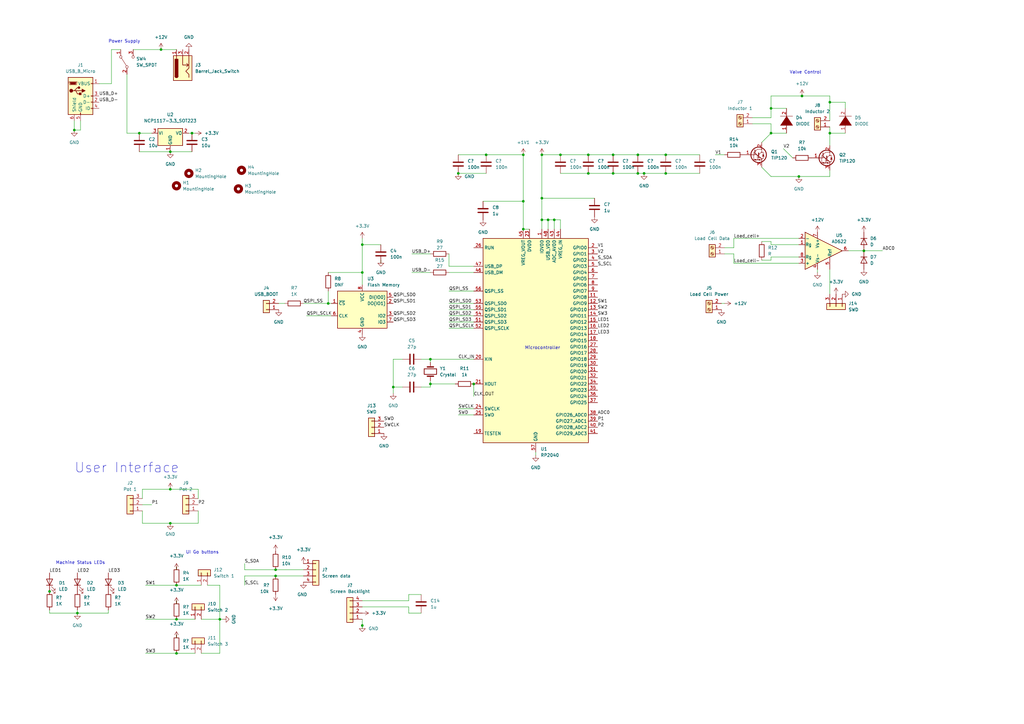
<source format=kicad_sch>
(kicad_sch (version 20211123) (generator eeschema)
  (paper "A3")
  (lib_symbols
    (symbol "Amplifier_Instrumentation:AD620" (pin_names (offset 0.127))
      (property "Reference" "U" (at 3.81 7.62 0))
      (property "Value" "AD620" (at 5.08 5.08 0))
      (symbol "AD620_1_1"
        (pin passive line (at -10.16 2.54 0) (length 2.54) (name "Rg") (number "1"))
        (pin input line (at -10.16 5.08 0) (length 2.54) (name "-") (number "2"))
        (pin input line (at -10.16 -5.08 0) (length 2.54) (name "+") (number "3"))
        (pin power_in line (at -2.54 -7.62 90) (length 2.54) (name "Vs-") (number "4"))
        (pin passive line (at 2.54 -7.62 90) (length 5.08) (name "Ref") (number "5"))
        (pin output line (at 10.16 0 180) (length 2.54) (name "~") (number "6"))
        (pin power_in line (at -2.54 7.62 270) (length 2.54) (name "Vs+") (number "7"))
        (pin passive line (at -10.16 -2.54 0) (length 2.54) (name "Rg") (number "8"))
      )
    )
    (symbol "Connector:Barrel_Jack_Switch" (pin_names hide)
      (property "Reference" "J" (at 0 5.334 0))
      (property "Value" "Barrel_Jack_Switch" (at 0 -5.08 0))
      (symbol "Barrel_Jack_Switch_1_1"
        (pin passive line (at 7.62 2.54 180) (length 2.54) (name "~") (number "1"))
        (pin passive line (at 7.62 -2.54 180) (length 2.54) (name "~") (number "2"))
        (pin passive line (at 7.62 0 180) (length 2.54) (name "~") (number "3"))
      )
    )
    (symbol "Connector:Screw_Terminal_01x02" (pin_names (offset 1.016) hide)
      (property "Reference" "J" (at 0 2.54 0))
      (property "Value" "Screw_Terminal_01x02" (at 0 -5.08 0))
      (symbol "Screw_Terminal_01x02_1_1"
        (pin passive line (at -5.08 0 0) (length 3.81) (name "Pin_1") (number "1"))
        (pin passive line (at -5.08 -2.54 0) (length 3.81) (name "Pin_2") (number "2"))
      )
    )
    (symbol "Connector:USB_B_Micro" (pin_names (offset 1.016))
      (property "Reference" "J" (at -5.08 11.43 0))
      (property "Value" "USB_B_Micro" (at -5.08 8.89 0))
      (symbol "USB_B_Micro_1_1"
        (pin power_out line (at 7.62 5.08 180) (length 2.54) (name "VBUS") (number "1"))
        (pin bidirectional line (at 7.62 -2.54 180) (length 2.54) (name "D-") (number "2"))
        (pin bidirectional line (at 7.62 0 180) (length 2.54) (name "D+") (number "3"))
        (pin passive line (at 7.62 -5.08 180) (length 2.54) (name "ID") (number "4"))
        (pin power_out line (at 0 -10.16 90) (length 2.54) (name "GND") (number "5"))
        (pin passive line (at -2.54 -10.16 90) (length 2.54) (name "Shield") (number "6"))
      )
    )
    (symbol "Connector_Generic:Conn_01x02" (pin_names (offset 1.016) hide)
      (property "Reference" "J" (at 0 2.54 0))
      (property "Value" "Conn_01x02" (at 0 -5.08 0))
      (symbol "Conn_01x02_1_1"
        (pin passive line (at -5.08 0 0) (length 3.81) (name "Pin_1") (number "1"))
        (pin passive line (at -5.08 -2.54 0) (length 3.81) (name "Pin_2") (number "2"))
      )
    )
    (symbol "Connector_Generic:Conn_01x03" (pin_names (offset 1.016) hide)
      (property "Reference" "J" (at 0 5.08 0))
      (property "Value" "Conn_01x03" (at 0 -5.08 0))
      (symbol "Conn_01x03_1_1"
        (pin passive line (at -5.08 2.54 0) (length 3.81) (name "Pin_1") (number "1"))
        (pin passive line (at -5.08 0 0) (length 3.81) (name "Pin_2") (number "2"))
        (pin passive line (at -5.08 -2.54 0) (length 3.81) (name "Pin_3") (number "3"))
      )
    )
    (symbol "Connector_Generic:Conn_01x04" (pin_names (offset 1.016) hide)
      (property "Reference" "J" (at 0 5.08 0))
      (property "Value" "Conn_01x04" (at 0 -7.62 0))
      (symbol "Conn_01x04_1_1"
        (pin passive line (at -5.08 2.54 0) (length 3.81) (name "Pin_1") (number "1"))
        (pin passive line (at -5.08 0 0) (length 3.81) (name "Pin_2") (number "2"))
        (pin passive line (at -5.08 -2.54 0) (length 3.81) (name "Pin_3") (number "3"))
        (pin passive line (at -5.08 -5.08 0) (length 3.81) (name "Pin_4") (number "4"))
      )
    )
    (symbol "Device:C" (pin_numbers hide) (pin_names (offset 0.254))
      (property "Reference" "C" (at 0.635 2.54 0))
      (property "Value" "C" (at 0.635 -2.54 0))
      (symbol "C_1_1"
        (pin passive line (at 0 3.81 270) (length 2.794) (name "~") (number "1"))
        (pin passive line (at 0 -3.81 90) (length 2.794) (name "~") (number "2"))
      )
    )
    (symbol "Device:Crystal" (pin_numbers hide) (pin_names (offset 1.016) hide)
      (property "Reference" "Y" (at 0 3.81 0))
      (property "Value" "Crystal" (at 0 -3.81 0))
      (symbol "Crystal_1_1"
        (pin passive line (at -3.81 0 0) (length 1.27) (name "1") (number "1"))
        (pin passive line (at 3.81 0 180) (length 1.27) (name "2") (number "2"))
      )
    )
    (symbol "Device:D" (pin_numbers hide) (pin_names (offset 1.016) hide)
      (property "Reference" "D" (at 0 2.54 0))
      (property "Value" "D" (at 0 -2.54 0))
      (symbol "D_1_1"
        (pin passive line (at -3.81 0 0) (length 2.54) (name "K") (number "1"))
        (pin passive line (at 3.81 0 180) (length 2.54) (name "A") (number "2"))
      )
    )
    (symbol "Device:LED" (pin_numbers hide) (pin_names (offset 1.016) hide)
      (property "Reference" "D" (at 0 2.54 0))
      (property "Value" "LED" (at 0 -2.54 0))
      (symbol "LED_1_1"
        (pin passive line (at -3.81 0 0) (length 2.54) (name "K") (number "1"))
        (pin passive line (at 3.81 0 180) (length 2.54) (name "A") (number "2"))
      )
    )
    (symbol "Device:R" (pin_numbers hide) (pin_names (offset 0))
      (property "Reference" "R" (at 2.032 0 90))
      (property "Value" "R" (at 0 0 90))
      (symbol "R_1_1"
        (pin passive line (at 0 3.81 270) (length 1.27) (name "~") (number "1"))
        (pin passive line (at 0 -3.81 90) (length 1.27) (name "~") (number "2"))
      )
    )
    (symbol "MCU_RaspberryPi:RP2040"
      (property "Reference" "U" (at 17.78 45.72 0))
      (property "Value" "RP2040" (at 17.78 43.18 0))
      (symbol "RP2040_1_1"
        (pin power_in line (at 2.54 45.72 270) (length 3.81) (name "IOVDD") (number "1"))
        (pin passive line (at 2.54 45.72 270) (length 3.81) hide (name "IOVDD") (number "10"))
        (pin bidirectional line (at 25.4 17.78 180) (length 3.81) (name "GPIO8") (number "11"))
        (pin bidirectional line (at 25.4 15.24 180) (length 3.81) (name "GPIO9") (number "12"))
        (pin bidirectional line (at 25.4 12.7 180) (length 3.81) (name "GPIO10") (number "13"))
        (pin bidirectional line (at 25.4 10.16 180) (length 3.81) (name "GPIO11") (number "14"))
        (pin bidirectional line (at 25.4 7.62 180) (length 3.81) (name "GPIO12") (number "15"))
        (pin bidirectional line (at 25.4 5.08 180) (length 3.81) (name "GPIO13") (number "16"))
        (pin bidirectional line (at 25.4 2.54 180) (length 3.81) (name "GPIO14") (number "17"))
        (pin bidirectional line (at 25.4 0 180) (length 3.81) (name "GPIO15") (number "18"))
        (pin input line (at -25.4 -38.1 0) (length 3.81) (name "TESTEN") (number "19"))
        (pin bidirectional line (at 25.4 38.1 180) (length 3.81) (name "GPIO0") (number "2"))
        (pin input line (at -25.4 -7.62 0) (length 3.81) (name "XIN") (number "20"))
        (pin passive line (at -25.4 -17.78 0) (length 3.81) (name "XOUT") (number "21"))
        (pin passive line (at 2.54 45.72 270) (length 3.81) hide (name "IOVDD") (number "22"))
        (pin power_in line (at -2.54 45.72 270) (length 3.81) (name "DVDD") (number "23"))
        (pin output line (at -25.4 -27.94 0) (length 3.81) (name "SWCLK") (number "24"))
        (pin bidirectional line (at -25.4 -30.48 0) (length 3.81) (name "SWD") (number "25"))
        (pin input line (at -25.4 38.1 0) (length 3.81) (name "RUN") (number "26"))
        (pin bidirectional line (at 25.4 -2.54 180) (length 3.81) (name "GPIO16") (number "27"))
        (pin bidirectional line (at 25.4 -5.08 180) (length 3.81) (name "GPIO17") (number "28"))
        (pin bidirectional line (at 25.4 -7.62 180) (length 3.81) (name "GPIO18") (number "29"))
        (pin bidirectional line (at 25.4 35.56 180) (length 3.81) (name "GPIO1") (number "3"))
        (pin bidirectional line (at 25.4 -10.16 180) (length 3.81) (name "GPIO19") (number "30"))
        (pin bidirectional line (at 25.4 -12.7 180) (length 3.81) (name "GPIO20") (number "31"))
        (pin bidirectional line (at 25.4 -15.24 180) (length 3.81) (name "GPIO21") (number "32"))
        (pin passive line (at 2.54 45.72 270) (length 3.81) hide (name "IOVDD") (number "33"))
        (pin bidirectional line (at 25.4 -17.78 180) (length 3.81) (name "GPIO22") (number "34"))
        (pin bidirectional line (at 25.4 -20.32 180) (length 3.81) (name "GPIO23") (number "35"))
        (pin bidirectional line (at 25.4 -22.86 180) (length 3.81) (name "GPIO24") (number "36"))
        (pin bidirectional line (at 25.4 -25.4 180) (length 3.81) (name "GPIO25") (number "37"))
        (pin bidirectional line (at 25.4 -30.48 180) (length 3.81) (name "GPIO26_ADC0") (number "38"))
        (pin bidirectional line (at 25.4 -33.02 180) (length 3.81) (name "GPIO27_ADC1") (number "39"))
        (pin bidirectional line (at 25.4 33.02 180) (length 3.81) (name "GPIO2") (number "4"))
        (pin bidirectional line (at 25.4 -35.56 180) (length 3.81) (name "GPIO28_ADC2") (number "40"))
        (pin bidirectional line (at 25.4 -38.1 180) (length 3.81) (name "GPIO29_ADC3") (number "41"))
        (pin passive line (at 2.54 45.72 270) (length 3.81) hide (name "IOVDD") (number "42"))
        (pin power_in line (at 7.62 45.72 270) (length 3.81) (name "ADC_AVDD") (number "43"))
        (pin power_in line (at 10.16 45.72 270) (length 3.81) (name "VREG_IN") (number "44"))
        (pin power_out line (at -5.08 45.72 270) (length 3.81) (name "VREG_VOUT") (number "45"))
        (pin bidirectional line (at -25.4 27.94 0) (length 3.81) (name "USB_DM") (number "46"))
        (pin bidirectional line (at -25.4 30.48 0) (length 3.81) (name "USB_DP") (number "47"))
        (pin power_in line (at 5.08 45.72 270) (length 3.81) (name "USB_VDD") (number "48"))
        (pin passive line (at 2.54 45.72 270) (length 3.81) hide (name "IOVDD") (number "49"))
        (pin bidirectional line (at 25.4 30.48 180) (length 3.81) (name "GPIO3") (number "5"))
        (pin passive line (at -2.54 45.72 270) (length 3.81) hide (name "DVDD") (number "50"))
        (pin bidirectional line (at -25.4 7.62 0) (length 3.81) (name "QSPI_SD3") (number "51"))
        (pin output line (at -25.4 5.08 0) (length 3.81) (name "QSPI_SCLK") (number "52"))
        (pin bidirectional line (at -25.4 15.24 0) (length 3.81) (name "QSPI_SD0") (number "53"))
        (pin bidirectional line (at -25.4 10.16 0) (length 3.81) (name "QSPI_SD2") (number "54"))
        (pin bidirectional line (at -25.4 12.7 0) (length 3.81) (name "QSPI_SD1") (number "55"))
        (pin bidirectional line (at -25.4 20.32 0) (length 3.81) (name "QSPI_SS") (number "56"))
        (pin power_in line (at 0 -45.72 90) (length 3.81) (name "GND") (number "57"))
        (pin bidirectional line (at 25.4 27.94 180) (length 3.81) (name "GPIO4") (number "6"))
        (pin bidirectional line (at 25.4 25.4 180) (length 3.81) (name "GPIO5") (number "7"))
        (pin bidirectional line (at 25.4 22.86 180) (length 3.81) (name "GPIO6") (number "8"))
        (pin bidirectional line (at 25.4 20.32 180) (length 3.81) (name "GPIO7") (number "9"))
      )
    )
    (symbol "Mechanical:MountingHole" (pin_names (offset 1.016))
      (property "Reference" "H" (at 0 5.08 0))
      (property "Value" "MountingHole" (at 0 3.175 0))
    )
    (symbol "Memory_Flash:W25Q32JVSS"
      (property "Reference" "U" (at -8.89 8.89 0))
      (property "Value" "W25Q32JVSS" (at 7.62 8.89 0))
      (symbol "W25Q32JVSS_1_1"
        (pin input line (at -12.7 2.54 0) (length 2.54) (name "~{CS}") (number "1"))
        (pin bidirectional line (at 12.7 2.54 180) (length 2.54) (name "DO(IO1)") (number "2"))
        (pin bidirectional line (at 12.7 -2.54 180) (length 2.54) (name "IO2") (number "3"))
        (pin power_in line (at 0 -10.16 90) (length 2.54) (name "GND") (number "4"))
        (pin bidirectional line (at 12.7 5.08 180) (length 2.54) (name "DI(IO0)") (number "5"))
        (pin input line (at -12.7 -2.54 0) (length 2.54) (name "CLK") (number "6"))
        (pin bidirectional line (at 12.7 -5.08 180) (length 2.54) (name "IO3") (number "7"))
        (pin power_in line (at 0 10.16 270) (length 2.54) (name "VCC") (number "8"))
      )
    )
    (symbol "Regulator_Linear:NCP1117-3.3_SOT223" (pin_names (offset 0.254))
      (property "Reference" "U" (at -3.81 3.175 0))
      (property "Value" "NCP1117-3.3_SOT223" (at 0 3.175 0))
      (symbol "NCP1117-3.3_SOT223_1_1"
        (pin power_in line (at 0 -7.62 90) (length 2.54) (name "GND") (number "1"))
        (pin power_out line (at 7.62 0 180) (length 2.54) (name "VO") (number "2"))
        (pin power_in line (at -7.62 0 0) (length 2.54) (name "VI") (number "3"))
      )
    )
    (symbol "Switch:SW_SPDT" (pin_names (offset 0) hide)
      (property "Reference" "SW" (at 0 4.318 0))
      (property "Value" "SW_SPDT" (at 0 -5.08 0))
      (symbol "SW_SPDT_1_1"
        (pin passive line (at 5.08 2.54 180) (length 2.54) (name "A") (number "1"))
        (pin passive line (at -5.08 0 0) (length 2.54) (name "B") (number "2"))
        (pin passive line (at 5.08 -2.54 180) (length 2.54) (name "C") (number "3"))
      )
    )
    (symbol "Transistor_BJT:TIP120" (pin_names (offset 0) hide)
      (property "Reference" "Q" (at 5.08 1.905 0))
      (property "Value" "TIP120" (at 5.08 0 0))
      (symbol "TIP120_1_1"
        (pin input line (at -5.08 0 0) (length 3.81) (name "B") (number "1"))
        (pin passive line (at 2.54 5.08 270) (length 2.667) (name "C") (number "2"))
        (pin passive line (at 2.54 -5.08 90) (length 2.54) (name "E") (number "3"))
      )
    )
    (symbol "power:+12V" (power) (pin_names (offset 0))
      (property "Value" "+12V" (at 0 3.556 0))
      (symbol "+12V_1_1"
        (pin power_in line (at 0 0 90) (length 0) hide (name "+12V") (number "1"))
      )
    )
    (symbol "power:+1V1" (power) (pin_names (offset 0))
      (property "Value" "+1.1V" (at 0 5.08 0))
      (symbol "+1V1_1_1"
        (pin power_in line (at 0 0 90) (length 0) hide (name "+1V1") (number "1"))
      )
    )
    (symbol "power:+3.3V" (power) (pin_names (offset 0))
      (property "Value" "+3.3V" (at 0 3.556 0))
      (symbol "+3.3V_1_1"
        (pin power_in line (at 0 0 90) (length 0) hide (name "+3.3V") (number "1"))
      )
    )
    (symbol "power:GND" (power) (pin_names (offset 0))
      (property "Value" "GND" (at 0 -3.81 0))
      (symbol "GND_1_1"
        (pin power_in line (at 0 0 270) (length 0) hide (name "GND") (number "1"))
      )
    )
    (symbol "pspice:DIODE" (pin_names (offset 1.016) hide)
      (property "Reference" "D" (at 0 3.81 0))
      (property "Value" "DIODE" (at 0 -4.445 0))
      (symbol "DIODE_1_1"
        (pin input line (at -5.08 0 0) (length 3.81) (name "K") (number "1"))
        (pin input line (at 5.08 0 180) (length 3.81) (name "A") (number "2"))
      )
    )
  )
  (junction (at 194.31 157.48))
  (junction (at 69.85 214.63))
  (junction (at 251.46 63.5))
  (junction (at 176.53 157.48))
  (junction (at 69.85 62.23))
  (junction (at 229.87 63.5))
  (junction (at 31.75 251.46))
  (junction (at 316.23 54.61))
  (junction (at 214.63 93.98))
  (junction (at 148.59 100.33))
  (junction (at 222.25 63.5))
  (junction (at 241.3 71.12))
  (junction (at 30.48 53.34))
  (junction (at 90.17 254))
  (junction (at 134.62 124.46))
  (junction (at 264.16 71.12))
  (junction (at 148.59 256.54))
  (junction (at 161.29 158.75))
  (junction (at 113.03 233.68))
  (junction (at 340.36 54.61))
  (junction (at 241.3 63.5))
  (junction (at 261.62 63.5))
  (junction (at 273.05 71.12))
  (junction (at 222.25 90.17))
  (junction (at 176.53 147.32))
  (junction (at 214.63 82.55))
  (junction (at 72.39 254))
  (junction (at 72.39 240.03))
  (junction (at 72.39 267.97))
  (junction (at 354.33 102.87))
  (junction (at 66.04 20.32))
  (junction (at 251.46 71.12))
  (junction (at 328.93 39.37))
  (junction (at 69.85 200.66))
  (junction (at 261.62 71.12))
  (junction (at 20.32 242.57))
  (junction (at 187.96 71.12))
  (junction (at 57.15 54.61))
  (junction (at 340.36 41.91))
  (junction (at 273.05 63.5))
  (junction (at 78.74 54.61))
  (junction (at 148.59 111.76))
  (junction (at 222.25 81.28))
  (junction (at 199.39 63.5))
  (junction (at 316.23 44.45))
  (junction (at 113.03 236.22))
  (junction (at 227.33 90.17))
  (junction (at 327.66 72.39))
  (junction (at 214.63 63.5))
  (junction (at 224.79 90.17))
  (wire (pts (xy 176.53 158.75) (xy 176.53 157.48)))
  (wire (pts (xy 100.33 233.68) (xy 113.03 233.68)))
  (wire (pts (xy 124.46 124.46) (xy 134.62 124.46)))
  (wire (pts (xy 134.62 124.46) (xy 135.89 124.46)))
  (wire (pts (xy 222.25 81.28) (xy 222.25 90.17)))
  (wire (pts (xy 229.87 71.12) (xy 241.3 71.12)))
  (wire (pts (xy 66.04 20.32) (xy 54.61 20.32)))
  (wire (pts (xy 316.23 44.45) (xy 322.58 44.45)))
  (wire (pts (xy 273.05 71.12) (xy 287.02 71.12)))
  (wire (pts (xy 113.03 236.22) (xy 124.46 236.22)))
  (wire (pts (xy 340.36 41.91) (xy 346.71 41.91)))
  (wire (pts (xy 327.66 105.41) (xy 316.23 105.41)))
  (wire (pts (xy 187.96 167.64) (xy 194.31 167.64)))
  (wire (pts (xy 297.18 104.14) (xy 300.99 104.14)))
  (wire (pts (xy 222.25 63.5) (xy 222.25 81.28)))
  (wire (pts (xy 176.53 157.48) (xy 186.69 157.48)))
  (wire (pts (xy 199.39 63.5) (xy 214.63 63.5)))
  (wire (pts (xy 90.17 240.03) (xy 90.17 254)))
  (wire (pts (xy 214.63 93.98) (xy 217.17 93.98)))
  (wire (pts (xy 82.55 254) (xy 90.17 254)))
  (wire (pts (xy 90.17 254) (xy 91.44 254)))
  (wire (pts (xy 57.15 62.23) (xy 69.85 62.23)))
  (wire (pts (xy 58.42 209.55) (xy 58.42 214.63)))
  (wire (pts (xy 45.72 20.32) (xy 49.53 20.32)))
  (wire (pts (xy 184.15 119.38) (xy 194.31 119.38)))
  (wire (pts (xy 340.36 39.37) (xy 340.36 41.91)))
  (wire (pts (xy 72.39 240.03) (xy 82.55 240.03)))
  (wire (pts (xy 31.75 251.46) (xy 44.45 251.46)))
  (wire (pts (xy 57.15 54.61) (xy 62.23 54.61)))
  (wire (pts (xy 316.23 48.26) (xy 308.61 48.26)))
  (wire (pts (xy 316.23 44.45) (xy 316.23 48.26)))
  (wire (pts (xy 31.75 250.19) (xy 31.75 251.46)))
  (wire (pts (xy 340.36 52.07) (xy 340.36 54.61)))
  (wire (pts (xy 59.69 254) (xy 72.39 254)))
  (wire (pts (xy 340.36 110.49) (xy 340.36 120.65)))
  (wire (pts (xy 100.33 236.22) (xy 100.33 240.03)))
  (wire (pts (xy 251.46 71.12) (xy 261.62 71.12)))
  (wire (pts (xy 312.42 68.58) (xy 316.23 72.39)))
  (wire (pts (xy 347.98 102.87) (xy 354.33 102.87)))
  (wire (pts (xy 168.91 104.14) (xy 176.53 104.14)))
  (wire (pts (xy 82.55 267.97) (xy 90.17 267.97)))
  (wire (pts (xy 340.36 41.91) (xy 340.36 49.53)))
  (wire (pts (xy 300.99 104.14) (xy 300.99 107.95)))
  (wire (pts (xy 59.69 240.03) (xy 72.39 240.03)))
  (wire (pts (xy 165.1 147.32) (xy 161.29 147.32)))
  (wire (pts (xy 113.03 233.68) (xy 124.46 233.68)))
  (wire (pts (xy 148.59 248.92) (xy 167.64 248.92)))
  (wire (pts (xy 66.04 20.32) (xy 72.39 20.32)))
  (wire (pts (xy 184.15 132.08) (xy 194.31 132.08)))
  (wire (pts (xy 316.23 44.45) (xy 316.23 39.37)))
  (wire (pts (xy 58.42 214.63) (xy 69.85 214.63)))
  (wire (pts (xy 69.85 214.63) (xy 81.28 214.63)))
  (wire (pts (xy 273.05 63.5) (xy 287.02 63.5)))
  (wire (pts (xy 148.59 246.38) (xy 167.64 246.38)))
  (wire (pts (xy 148.59 100.33) (xy 156.21 100.33)))
  (wire (pts (xy 300.99 107.95) (xy 327.66 107.95)))
  (wire (pts (xy 52.07 30.48) (xy 52.07 54.61)))
  (wire (pts (xy 156.21 106.68) (xy 156.21 107.95)))
  (wire (pts (xy 184.15 127) (xy 194.31 127)))
  (wire (pts (xy 90.17 267.97) (xy 90.17 254)))
  (wire (pts (xy 316.23 105.41) (xy 316.23 106.68)))
  (wire (pts (xy 316.23 50.8) (xy 308.61 50.8)))
  (wire (pts (xy 219.71 186.69) (xy 219.71 185.42)))
  (wire (pts (xy 194.31 162.56) (xy 194.31 157.48)))
  (wire (pts (xy 72.39 232.41) (xy 72.39 233.68)))
  (wire (pts (xy 148.59 100.33) (xy 148.59 111.76)))
  (wire (pts (xy 316.23 39.37) (xy 328.93 39.37)))
  (wire (pts (xy 33.02 49.53) (xy 33.02 53.34)))
  (wire (pts (xy 316.23 54.61) (xy 322.58 54.61)))
  (wire (pts (xy 72.39 260.35) (xy 72.39 261.62)))
  (wire (pts (xy 167.64 243.84) (xy 172.72 243.84)))
  (wire (pts (xy 161.29 158.75) (xy 165.1 158.75)))
  (wire (pts (xy 346.71 41.91) (xy 346.71 44.45)))
  (wire (pts (xy 187.96 63.5) (xy 199.39 63.5)))
  (wire (pts (xy 229.87 63.5) (xy 241.3 63.5)))
  (wire (pts (xy 85.09 240.03) (xy 90.17 240.03)))
  (wire (pts (xy 184.15 129.54) (xy 194.31 129.54)))
  (wire (pts (xy 214.63 63.5) (xy 214.63 82.55)))
  (wire (pts (xy 30.48 49.53) (xy 30.48 53.34)))
  (wire (pts (xy 114.3 124.46) (xy 116.84 124.46)))
  (wire (pts (xy 229.87 90.17) (xy 227.33 90.17)))
  (wire (pts (xy 78.74 54.61) (xy 77.47 54.61)))
  (wire (pts (xy 316.23 72.39) (xy 327.66 72.39)))
  (wire (pts (xy 316.23 99.06) (xy 312.42 99.06)))
  (wire (pts (xy 261.62 63.5) (xy 273.05 63.5)))
  (wire (pts (xy 327.66 72.39) (xy 340.36 72.39)))
  (wire (pts (xy 229.87 90.17) (xy 229.87 93.98)))
  (wire (pts (xy 340.36 69.85) (xy 340.36 72.39)))
  (wire (pts (xy 224.79 90.17) (xy 222.25 90.17)))
  (wire (pts (xy 45.72 20.32) (xy 45.72 34.29)))
  (wire (pts (xy 227.33 90.17) (xy 224.79 90.17)))
  (wire (pts (xy 354.33 102.87) (xy 361.95 102.87)))
  (wire (pts (xy 167.64 246.38) (xy 167.64 243.84)))
  (wire (pts (xy 148.59 97.79) (xy 148.59 100.33)))
  (wire (pts (xy 335.28 111.76) (xy 335.28 110.49)))
  (wire (pts (xy 214.63 82.55) (xy 214.63 93.98)))
  (wire (pts (xy 184.15 111.76) (xy 194.31 111.76)))
  (wire (pts (xy 297.18 101.6) (xy 300.99 101.6)))
  (wire (pts (xy 167.64 248.92) (xy 167.64 251.46)))
  (wire (pts (xy 44.45 251.46) (xy 44.45 250.19)))
  (wire (pts (xy 295.91 124.46) (xy 297.18 124.46)))
  (wire (pts (xy 134.62 119.38) (xy 134.62 124.46)))
  (wire (pts (xy 224.79 93.98) (xy 224.79 90.17)))
  (wire (pts (xy 161.29 147.32) (xy 161.29 158.75)))
  (wire (pts (xy 69.85 62.23) (xy 78.74 62.23)))
  (wire (pts (xy 327.66 100.33) (xy 316.23 100.33)))
  (wire (pts (xy 72.39 254) (xy 80.01 254)))
  (wire (pts (xy 72.39 267.97) (xy 80.01 267.97)))
  (wire (pts (xy 20.32 251.46) (xy 31.75 251.46)))
  (wire (pts (xy 241.3 71.12) (xy 251.46 71.12)))
  (wire (pts (xy 168.91 111.76) (xy 176.53 111.76)))
  (wire (pts (xy 80.01 54.61) (xy 78.74 54.61)))
  (wire (pts (xy 69.85 200.66) (xy 81.28 200.66)))
  (wire (pts (xy 176.53 147.32) (xy 176.53 148.59)))
  (wire (pts (xy 58.42 207.01) (xy 62.23 207.01)))
  (wire (pts (xy 261.62 71.12) (xy 264.16 71.12)))
  (wire (pts (xy 222.25 81.28) (xy 243.84 81.28)))
  (wire (pts (xy 293.37 63.5) (xy 297.18 63.5)))
  (wire (pts (xy 125.73 129.54) (xy 135.89 129.54)))
  (wire (pts (xy 40.64 34.29) (xy 45.72 34.29)))
  (wire (pts (xy 187.96 170.18) (xy 194.31 170.18)))
  (wire (pts (xy 100.33 233.68) (xy 100.33 231.14)))
  (wire (pts (xy 52.07 54.61) (xy 57.15 54.61)))
  (wire (pts (xy 316.23 50.8) (xy 316.23 54.61)))
  (wire (pts (xy 300.99 101.6) (xy 300.99 97.79)))
  (wire (pts (xy 20.32 242.57) (xy 20.32 242.5959)))
  (wire (pts (xy 72.39 246.38) (xy 72.39 247.65)))
  (wire (pts (xy 20.32 250.19) (xy 20.32 251.46)))
  (wire (pts (xy 241.3 63.5) (xy 251.46 63.5)))
  (wire (pts (xy 148.59 254) (xy 148.59 256.54)))
  (wire (pts (xy 81.28 200.66) (xy 81.28 204.47)))
  (wire (pts (xy 300.99 97.79) (xy 327.66 97.79)))
  (wire (pts (xy 134.62 111.76) (xy 148.59 111.76)))
  (wire (pts (xy 321.31 60.96) (xy 325.12 64.77)))
  (wire (pts (xy 222.25 63.5) (xy 229.87 63.5)))
  (wire (pts (xy 340.36 54.61) (xy 340.36 59.69)))
  (wire (pts (xy 58.42 200.66) (xy 69.85 200.66)))
  (wire (pts (xy 167.64 251.46) (xy 172.72 251.46)))
  (wire (pts (xy 199.39 71.12) (xy 187.96 71.12)))
  (wire (pts (xy 161.29 158.75) (xy 161.29 161.29)))
  (wire (pts (xy 81.28 209.55) (xy 81.28 214.63)))
  (wire (pts (xy 58.42 200.66) (xy 58.42 204.47)))
  (wire (pts (xy 316.23 54.61) (xy 312.42 58.42)))
  (wire (pts (xy 148.59 111.76) (xy 148.59 116.84)))
  (wire (pts (xy 328.93 39.37) (xy 340.36 39.37)))
  (wire (pts (xy 184.15 104.14) (xy 184.15 109.22)))
  (wire (pts (xy 176.53 147.32) (xy 194.31 147.32)))
  (wire (pts (xy 198.12 82.55) (xy 214.63 82.55)))
  (wire (pts (xy 172.72 158.75) (xy 176.53 158.75)))
  (wire (pts (xy 172.72 147.32) (xy 176.53 147.32)))
  (wire (pts (xy 148.59 256.54) (xy 148.59 257.81)))
  (wire (pts (xy 264.16 71.12) (xy 273.05 71.12)))
  (wire (pts (xy 176.53 157.48) (xy 176.53 156.21)))
  (wire (pts (xy 316.23 100.33) (xy 316.23 99.06)))
  (wire (pts (xy 33.02 53.34) (xy 30.48 53.34)))
  (wire (pts (xy 100.33 236.22) (xy 113.03 236.22)))
  (wire (pts (xy 184.15 124.46) (xy 194.31 124.46)))
  (wire (pts (xy 59.69 267.97) (xy 72.39 267.97)))
  (wire (pts (xy 312.42 106.68) (xy 316.23 106.68)))
  (wire (pts (xy 227.33 93.98) (xy 227.33 90.17)))
  (wire (pts (xy 184.15 109.22) (xy 194.31 109.22)))
  (wire (pts (xy 251.46 63.5) (xy 261.62 63.5)))
  (wire (pts (xy 340.36 54.61) (xy 346.71 54.61)))
  (wire (pts (xy 222.25 90.17) (xy 222.25 93.98)))
  (wire (pts (xy 184.15 134.62) (xy 194.31 134.62)))
  (text "Machine Status LEDs\n\n" (at 22.86 233.68 0) (effects (font (size 1.27 1.27)) (justify left bottom)))
  (text "Microcontroller\n" (at 215.265 143.51 0) (effects (font (size 1.27 1.27)) (justify left bottom)))
  (text "Power Supply\n" (at 44.45 17.78 0) (effects (font (size 1.27 1.27)) (justify left bottom)))
  (text "Valve Control\n" (at 323.85 30.48 0) (effects (font (size 1.27 1.27)) (justify left bottom)))
  (text "User Interface\n" (at 30.48 194.31 0) (effects (font (size 4 4)) (justify left bottom)))
  (text "UI Go buttons\n" (at 76.2 227.33 0) (effects (font (size 1.27 1.27)) (justify left bottom)))
  (label "QSPI_SS" (at 184.15 119.38 0))
  (label "P2" (at 81.28 207.01 0))
  (label "USB_D+" (at 168.91 104.14 0))
  (label "SW2" (at 245.11 127 0))
  (label "P1" (at 62.23 207.01 0))
  (label "S_SCL" (at 245.11 109.22 0))
  (label "QSPI_SD3" (at 161.29 132.08 0))
  (label "SWD" (at 187.96 170.18 0))
  (label "LED3" (at 44.45 234.95 0))
  (label "SW1" (at 245.11 124.46 0))
  (label "QSPI_SD1" (at 184.15 127 0))
  (label "QSPI_SD3" (at 184.15 132.08 0))
  (label "P1" (at 245.11 172.72 0))
  (label "V1" (at 293.37 63.5 0))
  (label "LED3" (at 245.11 137.16 0))
  (label "QSPI_SCLK" (at 125.73 129.54 0))
  (label "SW2" (at 59.69 254 0))
  (label "CLK_IN" (at 187.96 147.32 0))
  (label "LED1" (at 20.32 234.95 0))
  (label "V2" (at 321.31 60.96 0))
  (label "Load_cell-" (at 300.99 107.95 0))
  (label "SW3" (at 245.11 129.54 0))
  (label "QSPI_SD0" (at 161.29 121.92 0))
  (label "LED1" (at 245.11 132.08 0))
  (label "QSPI_SD2" (at 184.15 129.54 0))
  (label "USB_D+" (at 40.64 39.37 0))
  (label "SWCLK" (at 157.48 175.26 0))
  (label "SWD" (at 157.48 172.72 0))
  (label "QSPI_SD0" (at 184.15 124.46 0))
  (label "QSPI_SD2" (at 161.29 129.54 0))
  (label "Load_cell+" (at 300.99 97.79 0))
  (label "QSPI_SS" (at 124.46 124.46 0))
  (label "LED2" (at 245.11 134.62 0))
  (label "QSPI_SD1" (at 161.29 124.46 0))
  (label "USB_D-" (at 40.64 41.91 0))
  (label "LED2" (at 31.75 234.95 0))
  (label "S_SDA" (at 100.33 231.14 0))
  (label "ADC0" (at 361.95 102.87 0))
  (label "SW1" (at 59.69 240.03 0))
  (label "USB_D-" (at 168.91 111.76 0))
  (label "SWCLK" (at 187.96 167.64 0))
  (label "S_SDA" (at 245.11 106.68 0))
  (label "QSPI_SCLK" (at 184.15 134.62 0))
  (label "V2" (at 245.11 104.14 0))
  (label "S_SCL" (at 100.33 240.03 0))
  (label "P2" (at 245.11 175.26 0))
  (label "SW3" (at 59.69 267.97 0))
  (label "CLK_OUT" (at 194.31 162.56 0))
  (label "V1" (at 245.11 101.6 0))
  (label "ADC0" (at 245.11 170.18 0))
  (symbol (lib_id "power:+12V") (at 297.18 124.46 270) (unit 1)
    (property "Reference" "#PWR0136" (effects hide))
    (property "Value" "+12V" (at 300.99 124.4599 90) (effects (justify left)))
  )
  (symbol (lib_id "Device:D") (at 354.33 99.06 270) (unit 1)
    (property "Reference" "D6" (at 356.87 97.7899 90) (effects (justify left)))
    (property "Value" "D" (at 356.87 100.3299 90) (effects (justify left)))
    (property "Footprint" "Diode_THT:D_5W_P5.08mm_Vertical_AnodeUp" (effects hide))
  )
  (symbol (lib_id "power:+3.3V") (at 148.59 251.46 270) (unit 1)
    (property "Reference" "#PWR0111" (effects hide))
    (property "Value" "+3.3V" (at 152.4 251.4599 90) (effects (justify left)))
  )
  (symbol (lib_id "Device:C") (at 241.3 67.31 0) (unit 1)
    (property "Reference" "C?" (at 245.11 66.0399 0) (effects (justify left)))
    (property "Value" "100n" (at 245.11 68.5799 0) (effects (justify left)))
    (property "Footprint" "Capacitor_SMD:C_0603_1608Metric_Pad1.08x0.95mm_HandSolder" (effects hide))
  )
  (symbol (lib_id "power:GND") (at 114.3 127 0) (unit 1)
    (property "Reference" "#PWR0120" (effects hide))
    (property "Value" "GND" (at 114.3 132.08 0))
  )
  (symbol (lib_id "power:GND") (at 156.21 106.68 0) (unit 1)
    (property "Reference" "#PWR0114" (effects hide))
    (property "Value" "GND" (at 156.21 111.76 0))
  )
  (symbol (lib_id "Device:LED") (at 20.32 238.76 90) (unit 1)
    (property "Reference" "D1" (at 24.13 239.0774 90) (effects (justify right)))
    (property "Value" "LED" (at 24.13 241.6174 90) (effects (justify right)))
    (property "Footprint" "LED_THT:LED_D3.0mm" (effects hide))
  )
  (symbol (lib_id "Amplifier_Instrumentation:AD620") (at 337.82 102.87 0) (unit 1)
    (property "Reference" "U5" (at 344.17 96.52 0))
    (property "Value" "AD622" (at 344.17 99.06 0))
    (property "Footprint" "Amplifier_Instrumentation:AD622" (effects hide))
    (property "Datasheet" "https://www.analog.com/media/en/technical-documentation/data-sheets/AD620.pdf" (effects hide))
  )
  (symbol (lib_id "power:GND") (at 30.48 53.34 0) (unit 1)
    (property "Reference" "#PWR0103" (effects hide))
    (property "Value" "GND" (at 30.48 58.42 0))
  )
  (symbol (lib_id "Device:R") (at 31.75 246.38 180) (unit 1)
    (property "Reference" "R?" (at 34.29 245.1099 0) (effects (justify right)))
    (property "Value" "1K" (at 34.29 247.6499 0) (effects (justify right)))
    (property "Footprint" "Resistor_SMD:R_0603_1608Metric_Pad0.98x0.95mm_HandSolder" (effects hide))
  )
  (symbol (lib_id "power:+3.3V") (at 72.39 233.68 0) (unit 1)
    (property "Reference" "#PWR0123" (effects hide))
    (property "Value" "+3.3V" (at 72.39 227.965 0))
  )
  (symbol (lib_id "Connector:Screw_Terminal_01x02") (at 335.28 52.07 180) (unit 1)
    (property "Reference" "J8" (at 335.28 43.18 0))
    (property "Value" "Inductor 2" (at 335.28 45.72 0))
    (property "Footprint" "TerminalBlock:TerminalBlock_Altech_AK300-2_P5.00mm" (effects hide))
  )
  (symbol (lib_id "power:GND") (at 327.66 72.39 0) (unit 1)
    (property "Reference" "#PWR0129" (effects hide))
    (property "Value" "GND" (at 327.66 77.47 0))
  )
  (symbol (lib_id "Regulator_Linear:NCP1117-3.3_SOT223") (at 69.85 54.61 0) (unit 1)
    (property "Reference" "U2" (at 69.85 46.99 0))
    (property "Value" "NCP1117-3.3_SOT223" (at 69.85 49.53 0))
    (property "Footprint" "Package_TO_SOT_SMD:SOT-223-3_TabPin2" (effects hide))
    (property "Datasheet" "http://www.onsemi.com/pub_link/Collateral/NCP1117-D.PDF" (effects hide))
  )
  (symbol (lib_id "Connector_Generic:Conn_01x02") (at 82.55 234.95 90) (unit 1)
    (property "Reference" "J12" (at 87.63 233.6799 90) (effects (justify right)))
    (property "Value" "Switch 1" (at 87.63 236.2199 90) (effects (justify right)))
    (property "Footprint" "Connector_JST:JST_XH_B2B-XH-AM_1x02_P2.50mm_Vertical" (effects hide))
  )
  (symbol (lib_id "power:+3.3V") (at 354.33 95.25 0) (unit 1)
    (property "Reference" "#PWR0127" (effects hide))
    (property "Value" "+3.3V" (at 354.33 90.17 0))
  )
  (symbol (lib_id "power:+12V") (at 335.28 95.25 0) (unit 1)
    (property "Reference" "#PWR0125" (effects hide))
    (property "Value" "+12V" (at 335.28 90.17 0))
  )
  (symbol (lib_id "pspice:DIODE") (at 346.71 49.53 90) (unit 1)
    (property "Reference" "D5" (at 350.52 48.2599 90) (effects (justify right)))
    (property "Value" "DIODE" (at 350.52 50.7999 90) (effects (justify right)))
    (property "Footprint" "Diode_THT:D_5W_P5.08mm_Vertical_AnodeUp" (effects hide))
  )
  (symbol (lib_id "Connector_Generic:Conn_01x02") (at 109.22 127 180) (unit 1)
    (property "Reference" "J4" (at 109.22 118.11 0))
    (property "Value" "USB_BOOT" (at 109.22 120.65 0))
    (property "Footprint" "Connector:JWT_A3963_1x02_P3.96mm_Vertical" (effects hide))
  )
  (symbol (lib_id "Connector_Generic:Conn_01x03") (at 342.9 125.73 270) (unit 1)
    (property "Reference" "J14" (at 347.98 124.4599 90) (effects (justify left)))
    (property "Value" "SWD" (at 347.98 126.9999 90) (effects (justify left)))
    (property "Footprint" "Connector_JST:JST_XH_B3B-XH-AM_1x03_P2.50mm_Vertical" (effects hide))
  )
  (symbol (lib_id "Connector_Generic:Conn_01x04") (at 129.54 233.68 0) (unit 1)
    (property "Reference" "J?" (at 132.08 233.6799 0) (effects (justify left)))
    (property "Value" "Screen data" (at 132.08 236.2199 0) (effects (justify left)))
    (property "Footprint" "Connector_JST:JST_XH_B4B-XH-AM_1x04_P2.50mm_Vertical" (effects hide))
  )
  (symbol (lib_id "Device:R") (at 72.39 236.22 180) (unit 1)
    (property "Reference" "R4" (at 74.93 234.9499 0) (effects (justify right)))
    (property "Value" "1K" (at 74.93 237.4899 0) (effects (justify right)))
    (property "Footprint" "Resistor_SMD:R_0603_1608Metric_Pad0.98x0.95mm_HandSolder" (effects hide))
  )
  (symbol (lib_id "Device:R") (at 44.45 246.38 180) (unit 1)
    (property "Reference" "R?" (at 46.99 245.1099 0) (effects (justify right)))
    (property "Value" "1K" (at 46.99 247.6499 0) (effects (justify right)))
    (property "Footprint" "Resistor_SMD:R_0603_1608Metric_Pad0.98x0.95mm_HandSolder" (effects hide))
  )
  (symbol (lib_id "power:+3.3V") (at 72.39 247.65 0) (unit 1)
    (property "Reference" "#PWR0118" (effects hide))
    (property "Value" "+3.3V" (at 72.39 241.935 0))
  )
  (symbol (lib_id "Device:R") (at 113.03 229.87 0) (unit 1)
    (property "Reference" "R10" (at 115.57 228.5999 0) (effects (justify left)))
    (property "Value" "10k" (at 115.57 231.1399 0) (effects (justify left)))
    (property "Footprint" "Resistor_SMD:R_0603_1608Metric_Pad0.98x0.95mm_HandSolder" (effects hide))
  )
  (symbol (lib_id "Mechanical:MountingHole") (at 77.47 71.12 0) (unit 1)
    (property "Reference" "H2" (at 80.01 69.8499 0) (effects (justify left)))
    (property "Value" "MountingHole" (at 80.01 72.3899 0) (effects (justify left)))
    (property "Footprint" "MountingHole:MountingHole_2.1mm" (effects hide))
  )
  (symbol (lib_id "Device:C") (at 168.91 147.32 90) (unit 1)
    (property "Reference" "C5" (at 168.91 139.7 90))
    (property "Value" "27p" (at 168.91 142.24 90))
    (property "Footprint" "Capacitor_SMD:C_0805_2012Metric" (effects hide))
  )
  (symbol (lib_id "power:+1V1") (at 214.63 63.5 0) (unit 1)
    (property "Reference" "#PWR0138" (effects hide))
    (property "Value" "+1.1V" (at 214.63 58.42 0))
  )
  (symbol (lib_id "Device:R") (at 72.39 264.16 180) (unit 1)
    (property "Reference" "R?" (at 74.93 262.8899 0) (effects (justify right)))
    (property "Value" "1K" (at 74.93 265.4299 0) (effects (justify right)))
    (property "Footprint" "Resistor_SMD:R_0603_1608Metric_Pad0.98x0.95mm_HandSolder" (effects hide))
  )
  (symbol (lib_id "Connector_Generic:Conn_01x03") (at 53.34 207.01 180) (unit 1)
    (property "Reference" "J2" (at 53.34 198.12 0))
    (property "Value" "Pot 1" (at 53.34 200.66 0))
    (property "Footprint" "Connector_JST:JST_XH_B3B-XH-AM_1x03_P2.50mm_Vertical" (effects hide))
  )
  (symbol (lib_id "Connector:USB_B_Micro") (at 33.02 39.37 0) (unit 1)
    (property "Reference" "J1" (at 33.02 26.67 0))
    (property "Value" "USB_B_Micro" (at 33.02 29.21 0))
    (property "Footprint" "Connector_USB:USB_Micro-AB_Molex_47590-0001" (effects hide))
  )
  (symbol (lib_id "power:GND") (at 69.85 62.23 0) (unit 1)
    (property "Reference" "#PWR0102" (effects hide))
    (property "Value" "GND" (at 69.85 67.31 0))
  )
  (symbol (lib_id "power:GND") (at 243.84 88.9 0) (unit 1)
    (property "Reference" "#PWR0132" (effects hide))
    (property "Value" "GND" (at 243.84 93.98 0))
  )
  (symbol (lib_id "power:GND") (at 69.85 214.63 0) (unit 1)
    (property "Reference" "#PWR0122" (effects hide))
    (property "Value" "GND" (at 69.85 219.075 0))
  )
  (symbol (lib_id "power:+12V") (at 328.93 39.37 0) (unit 1)
    (property "Reference" "#PWR0133" (effects hide))
    (property "Value" "+12V" (at 328.93 34.29 0))
  )
  (symbol (lib_id "Device:R") (at 180.34 111.76 90) (unit 1)
    (property "Reference" "R15" (at 180.34 106.68 90))
    (property "Value" "27" (at 180.34 109.22 90))
    (property "Footprint" "Resistor_SMD:R_0805_2012Metric" (effects hide))
  )
  (symbol (lib_id "pspice:DIODE") (at 322.58 49.53 90) (unit 1)
    (property "Reference" "D4" (at 326.39 48.2599 90) (effects (justify right)))
    (property "Value" "DIODE" (at 326.39 50.7999 90) (effects (justify right)))
    (property "Footprint" "Diode_THT:D_5W_P5.08mm_Vertical_AnodeUp" (effects hide))
  )
  (symbol (lib_id "Device:R") (at 134.62 115.57 0) (unit 1)
    (property "Reference" "R8" (at 137.16 114.2999 0) (effects (justify left)))
    (property "Value" "DNF" (at 137.16 116.8399 0) (effects (justify left)))
    (property "Footprint" "Resistor_SMD:R_0603_1608Metric_Pad0.98x0.95mm_HandSolder" (effects hide))
  )
  (symbol (lib_id "power:GND") (at 295.91 127 0) (unit 1)
    (property "Reference" "#PWR0137" (effects hide))
    (property "Value" "GND" (at 295.91 132.08 0))
  )
  (symbol (lib_id "Device:R") (at 190.5 157.48 90) (unit 1)
    (property "Reference" "R11" (at 190.5 151.13 90))
    (property "Value" "1k" (at 190.5 153.67 90))
    (property "Footprint" "Resistor_SMD:R_0603_1608Metric_Pad0.98x0.95mm_HandSolder" (effects hide))
  )
  (symbol (lib_id "power:+3.3V") (at 72.39 261.62 0) (unit 1)
    (property "Reference" "#PWR0117" (effects hide))
    (property "Value" "+3.3V" (at 72.39 255.905 0))
  )
  (symbol (lib_id "Device:C") (at 273.05 67.31 0) (unit 1)
    (property "Reference" "C?" (at 276.86 66.0399 0) (effects (justify left)))
    (property "Value" "100n" (at 276.86 68.5799 0) (effects (justify left)))
    (property "Footprint" "Capacitor_SMD:C_0603_1608Metric_Pad1.08x0.95mm_HandSolder" (effects hide))
  )
  (symbol (lib_id "power:+3.3V") (at 113.03 243.84 180) (unit 1)
    (property "Reference" "#PWR0112" (effects hide))
    (property "Value" "+3.3V" (at 113.03 249.555 0))
  )
  (symbol (lib_id "Mechanical:MountingHole") (at 97.79 77.47 0) (unit 1)
    (property "Reference" "H3" (at 100.33 76.1999 0) (effects (justify left)))
    (property "Value" "MountingHole" (at 100.33 78.7399 0) (effects (justify left)))
    (property "Footprint" "MountingHole:MountingHole_2.1mm" (effects hide))
  )
  (symbol (lib_id "power:GND") (at 345.44 120.65 90) (unit 1)
    (property "Reference" "#PWR0141" (effects hide))
    (property "Value" "GND" (at 349.25 120.6499 90) (effects (justify right)))
  )
  (symbol (lib_id "Mechanical:MountingHole") (at 99.06 69.85 0) (unit 1)
    (property "Reference" "H4" (at 101.6 68.5799 0) (effects (justify left)))
    (property "Value" "MountingHole" (at 101.6 71.1199 0) (effects (justify left)))
    (property "Footprint" "MountingHole:MountingHole_2.1mm" (effects hide))
  )
  (symbol (lib_id "power:+3.3V") (at 124.46 231.14 0) (unit 1)
    (property "Reference" "#PWR0109" (effects hide))
    (property "Value" "+3.3V" (at 124.46 225.425 0))
  )
  (symbol (lib_id "power:GND") (at 91.44 254 90) (unit 1)
    (property "Reference" "#PWR0107" (effects hide))
    (property "Value" "GND" (at 95.885 254 0))
  )
  (symbol (lib_id "Device:C") (at 229.87 67.31 0) (unit 1)
    (property "Reference" "C?" (at 233.68 66.0399 0) (effects (justify left)))
    (property "Value" "100n" (at 233.68 68.5799 0) (effects (justify left)))
    (property "Footprint" "Capacitor_SMD:C_0603_1608Metric_Pad1.08x0.95mm_HandSolder" (effects hide))
  )
  (symbol (lib_id "Device:LED") (at 44.45 238.76 90) (unit 1)
    (property "Reference" "D3" (at 48.26 239.0774 90) (effects (justify right)))
    (property "Value" "LED" (at 48.26 241.6174 90) (effects (justify right)))
    (property "Footprint" "LED_THT:LED_D3.0mm" (effects hide))
  )
  (symbol (lib_id "Device:C") (at 287.02 67.31 0) (unit 1)
    (property "Reference" "C?" (at 290.83 66.0399 0) (effects (justify left)))
    (property "Value" "100n" (at 290.83 68.5799 0) (effects (justify left)))
    (property "Footprint" "Capacitor_SMD:C_0603_1608Metric_Pad1.08x0.95mm_HandSolder" (effects hide))
  )
  (symbol (lib_id "Connector_Generic:Conn_01x03") (at 76.2 207.01 180) (unit 1)
    (property "Reference" "J9" (at 76.2 198.12 0))
    (property "Value" "Pot 2" (at 76.2 200.66 0))
    (property "Footprint" "Connector_JST:JST_XH_B3B-XH-AM_1x03_P2.50mm_Vertical" (effects hide))
  )
  (symbol (lib_id "power:+3.3V") (at 80.01 54.61 270) (unit 1)
    (property "Reference" "#PWR0105" (effects hide))
    (property "Value" "+3.3V" (at 83.82 54.6099 90) (effects (justify left)))
  )
  (symbol (lib_id "Device:R") (at 328.93 64.77 90) (unit 1)
    (property "Reference" "R?" (at 328.93 58.42 90))
    (property "Value" "10k" (at 328.93 60.96 90))
    (property "Footprint" "Resistor_SMD:R_0603_1608Metric_Pad0.98x0.95mm_HandSolder" (effects hide))
  )
  (symbol (lib_id "Mechanical:MountingHole") (at 72.39 76.2 0) (unit 1)
    (property "Reference" "H1" (at 74.93 74.9299 0) (effects (justify left)))
    (property "Value" "MountingHole" (at 74.93 77.4699 0) (effects (justify left)))
    (property "Footprint" "MountingHole:MountingHole_2.1mm" (effects hide))
  )
  (symbol (lib_id "Connector_Generic:Conn_01x03") (at 152.4 175.26 180) (unit 1)
    (property "Reference" "J13" (at 152.4 166.37 0))
    (property "Value" "SWD" (at 152.4 168.91 0))
    (property "Footprint" "Connector_JST:JST_XH_B3B-XH-AM_1x03_P2.50mm_Vertical" (effects hide))
  )
  (symbol (lib_id "Device:C") (at 251.46 67.31 0) (unit 1)
    (property "Reference" "C?" (at 255.27 66.0399 0) (effects (justify left)))
    (property "Value" "100n" (at 255.27 68.5799 0) (effects (justify left)))
    (property "Footprint" "Capacitor_SMD:C_0603_1608Metric_Pad1.08x0.95mm_HandSolder" (effects hide))
  )
  (symbol (lib_id "Connector_Generic:Conn_01x04") (at 143.51 251.46 180) (unit 1)
    (property "Reference" "J?" (at 143.51 240.03 0))
    (property "Value" "Screen Backlight" (at 143.51 242.57 0))
    (property "Footprint" "Connector_JST:JST_XH_B4B-XH-AM_1x04_P2.50mm_Vertical" (effects hide))
  )
  (symbol (lib_id "Device:C") (at 199.39 67.31 0) (unit 1)
    (property "Reference" "C?" (at 203.2 66.0399 0) (effects (justify left)))
    (property "Value" "100n" (at 203.2 68.5799 0) (effects (justify left)))
    (property "Footprint" "Capacitor_SMD:C_0603_1608Metric_Pad1.08x0.95mm_HandSolder" (effects hide))
  )
  (symbol (lib_id "power:GND") (at 148.59 256.54 0) (unit 1)
    (property "Reference" "#PWR0108" (effects hide))
    (property "Value" "GND" (at 151.13 257.8099 0) (effects (justify left)))
  )
  (symbol (lib_id "Switch:SW_SPDT") (at 52.07 25.4 90) (unit 1)
    (property "Reference" "SW4" (at 55.88 24.1299 90) (effects (justify right)))
    (property "Value" "SW_SPDT" (at 55.88 26.6699 90) (effects (justify right)))
    (property "Footprint" "Button_Switch_SMD:SW_SPDT_CK-JS102011SAQN" (effects hide))
  )
  (symbol (lib_id "power:GND") (at 161.29 161.29 0) (unit 1)
    (property "Reference" "#PWR0119" (effects hide))
    (property "Value" "GND" (at 161.29 166.37 0))
  )
  (symbol (lib_id "Device:D") (at 354.33 106.68 270) (unit 1)
    (property "Reference" "D7" (at 356.87 105.4099 90) (effects (justify left)))
    (property "Value" "D" (at 356.87 107.9499 90) (effects (justify left)))
    (property "Footprint" "Diode_THT:D_5W_P5.08mm_Vertical_AnodeUp" (effects hide))
  )
  (symbol (lib_id "power:GND") (at 354.33 110.49 0) (unit 1)
    (property "Reference" "#PWR0128" (effects hide))
    (property "Value" "GND" (at 354.33 115.57 0))
  )
  (symbol (lib_id "Device:R") (at 312.42 102.87 180) (unit 1)
    (property "Reference" "R12" (at 314.96 101.5999 0) (effects (justify right)))
    (property "Value" "R" (at 314.96 104.1399 0) (effects (justify right)))
    (property "Footprint" "Resistor_THT:R_Axial_DIN0204_L3.6mm_D1.6mm_P2.54mm_Vertical" (effects hide))
  )
  (symbol (lib_id "Device:R") (at 300.99 63.5 90) (unit 1)
    (property "Reference" "R14" (at 300.99 57.15 90))
    (property "Value" "10k" (at 300.99 59.69 90))
    (property "Footprint" "Resistor_SMD:R_0603_1608Metric_Pad0.98x0.95mm_HandSolder" (effects hide))
  )
  (symbol (lib_id "Device:C") (at 168.91 158.75 90) (unit 1)
    (property "Reference" "C6" (at 168.91 151.13 90))
    (property "Value" "27p" (at 168.91 153.67 90))
    (property "Footprint" "Capacitor_SMD:C_0805_2012Metric" (effects hide))
  )
  (symbol (lib_id "power:GND") (at 335.28 111.76 0) (unit 1)
    (property "Reference" "#PWR0126" (effects hide))
    (property "Value" "GND" (at 335.28 116.84 0))
  )
  (symbol (lib_id "Device:C") (at 172.72 247.65 0) (unit 1)
    (property "Reference" "C14" (at 176.53 246.3799 0) (effects (justify left)))
    (property "Value" "1u" (at 176.53 248.9199 0) (effects (justify left)))
    (property "Footprint" "Capacitor_SMD:C_0603_1608Metric_Pad1.08x0.95mm_HandSolder" (effects hide))
  )
  (symbol (lib_id "power:GND") (at 198.12 90.17 0) (unit 1)
    (property "Reference" "#PWR0134" (effects hide))
    (property "Value" "GND" (at 198.12 95.25 0))
  )
  (symbol (lib_id "Device:R") (at 20.32 246.38 180) (unit 1)
    (property "Reference" "R?" (at 22.86 245.1099 0) (effects (justify right)))
    (property "Value" "1K" (at 22.86 247.6499 0) (effects (justify right)))
    (property "Footprint" "Resistor_SMD:R_0603_1608Metric_Pad0.98x0.95mm_HandSolder" (effects hide))
  )
  (symbol (lib_id "power:GND") (at 148.59 137.16 0) (unit 1)
    (property "Reference" "#PWR0121" (effects hide))
    (property "Value" "GND" (at 148.59 142.24 0))
  )
  (symbol (lib_id "power:+3.3V") (at 69.85 200.66 0) (unit 1)
    (property "Reference" "#PWR0124" (effects hide))
    (property "Value" "+3.3V" (at 69.85 195.58 0))
  )
  (symbol (lib_id "Device:C") (at 243.84 85.09 0) (unit 1)
    (property "Reference" "C?" (at 247.65 83.8199 0) (effects (justify left)))
    (property "Value" "1u" (at 247.65 86.3599 0) (effects (justify left)))
    (property "Footprint" "Capacitor_SMD:C_0603_1608Metric_Pad1.08x0.95mm_HandSolder" (effects hide))
  )
  (symbol (lib_id "power:+3.3V") (at 113.03 226.06 0) (unit 1)
    (property "Reference" "#PWR0106" (effects hide))
    (property "Value" "+3.3V" (at 113.03 220.345 0))
  )
  (symbol (lib_id "power:GND") (at 187.96 71.12 0) (unit 1)
    (property "Reference" "#PWR0113" (effects hide))
    (property "Value" "GND" (at 190.5 72.3899 0) (effects (justify left)))
  )
  (symbol (lib_id "Device:R") (at 120.65 124.46 90) (unit 1)
    (property "Reference" "R7" (at 120.65 118.11 90))
    (property "Value" "1K" (at 120.65 120.65 90))
    (property "Footprint" "Resistor_SMD:R_0603_1608Metric_Pad0.98x0.95mm_HandSolder" (effects hide))
  )
  (symbol (lib_id "power:GND") (at 124.46 238.76 0) (unit 1)
    (property "Reference" "#PWR0110" (effects hide))
    (property "Value" "GND" (at 121.92 243.84 0) (effects (justify left)))
  )
  (symbol (lib_id "Device:Crystal") (at 176.53 152.4 90) (unit 1)
    (property "Reference" "Y1" (at 180.34 151.1299 90) (effects (justify right)))
    (property "Value" "Crystal" (at 180.34 153.6699 90) (effects (justify right)))
    (property "Footprint" "Crystal:Crystal_SMD_SeikoEpson_MA505-2Pin_12.7x5.1mm_HandSoldering" (effects hide))
  )
  (symbol (lib_id "Device:R") (at 72.39 250.19 180) (unit 1)
    (property "Reference" "R?" (at 74.93 248.9199 0) (effects (justify right)))
    (property "Value" "1K" (at 74.93 251.4599 0) (effects (justify right)))
    (property "Footprint" "Resistor_SMD:R_0603_1608Metric_Pad0.98x0.95mm_HandSolder" (effects hide))
  )
  (symbol (lib_id "Device:C") (at 198.12 86.36 0) (unit 1)
    (property "Reference" "C8" (at 201.93 85.0899 0) (effects (justify left)))
    (property "Value" "1u" (at 201.93 87.6299 0) (effects (justify left)))
    (property "Footprint" "Capacitor_SMD:C_0603_1608Metric_Pad1.08x0.95mm_HandSolder" (effects hide))
  )
  (symbol (lib_id "power:GND") (at 77.47 20.32 180) (unit 1)
    (property "Reference" "#PWR0101" (effects hide))
    (property "Value" "GND" (at 77.47 15.24 0))
  )
  (symbol (lib_id "Transistor_BJT:TIP120") (at 309.88 63.5 0) (unit 1)
    (property "Reference" "Q1" (at 316.23 62.2299 0) (effects (justify left)))
    (property "Value" "TIP120" (at 316.23 64.7699 0) (effects (justify left)))
    (property "Footprint" "Package_TO_SOT_THT:TO-220-3_Vertical" (effects hide))
    (property "Datasheet" "https://www.onsemi.com/pub/Collateral/TIP120-D.PDF" (effects hide))
  )
  (symbol (lib_id "power:+12V") (at 66.04 20.32 0) (unit 1)
    (property "Reference" "#PWR0104" (effects hide))
    (property "Value" "+12V" (at 66.04 15.24 0))
  )
  (symbol (lib_id "power:GND") (at 157.48 177.8 0) (unit 1)
    (property "Reference" "#PWR0139" (effects hide))
    (property "Value" "GND" (at 157.48 182.88 0))
  )
  (symbol (lib_id "power:+3.3V") (at 222.25 63.5 0) (unit 1)
    (property "Reference" "#PWR0131" (effects hide))
    (property "Value" "+3.3V" (at 222.25 58.42 0))
  )
  (symbol (lib_id "Connector_Generic:Conn_01x02") (at 80.01 262.89 90) (unit 1)
    (property "Reference" "J11" (at 85.09 261.6199 90) (effects (justify right)))
    (property "Value" "Switch 3" (at 85.09 264.1599 90) (effects (justify right)))
    (property "Footprint" "Connector_JST:JST_XH_B2B-XH-AM_1x02_P2.50mm_Vertical" (effects hide))
  )
  (symbol (lib_id "Device:C") (at 187.96 67.31 0) (unit 1)
    (property "Reference" "C?" (at 191.77 66.0399 0) (effects (justify left)))
    (property "Value" "100n" (at 191.77 68.5799 0) (effects (justify left)))
    (property "Footprint" "Capacitor_SMD:C_0603_1608Metric_Pad1.08x0.95mm_HandSolder" (effects hide))
  )
  (symbol (lib_id "power:GND") (at 219.71 186.69 0) (unit 1)
    (property "Reference" "#PWR0135" (effects hide))
    (property "Value" "GND" (at 219.71 191.77 0))
  )
  (symbol (lib_id "Device:C") (at 261.62 67.31 0) (unit 1)
    (property "Reference" "C?" (at 265.43 66.0399 0) (effects (justify left)))
    (property "Value" "100n" (at 265.43 68.5799 0) (effects (justify left)))
    (property "Footprint" "Capacitor_SMD:C_0603_1608Metric_Pad1.08x0.95mm_HandSolder" (effects hide))
  )
  (symbol (lib_id "Connector_Generic:Conn_01x02") (at 80.01 248.92 90) (unit 1)
    (property "Reference" "J10" (at 85.09 247.6499 90) (effects (justify right)))
    (property "Value" "Switch 2" (at 85.09 250.1899 90) (effects (justify right)))
    (property "Footprint" "Connector_JST:JST_XH_B2B-XH-AM_1x02_P2.50mm_Vertical" (effects hide))
  )
  (symbol (lib_id "Device:LED") (at 31.75 238.76 90) (unit 1)
    (property "Reference" "D2" (at 35.56 239.0774 90) (effects (justify right)))
    (property "Value" "LED" (at 35.56 241.6174 90) (effects (justify right)))
    (property "Footprint" "LED_THT:LED_D3.0mm" (effects hide))
  )
  (symbol (lib_id "power:+3.3V") (at 342.9 120.65 0) (unit 1)
    (property "Reference" "#PWR0140" (effects hide))
    (property "Value" "+3.3V" (at 342.9 115.57 0))
  )
  (symbol (lib_id "power:+3.3V") (at 148.59 97.79 0) (unit 1)
    (property "Reference" "#PWR0115" (effects hide))
    (property "Value" "+3.3V" (at 148.59 92.71 0))
  )
  (symbol (lib_id "Device:C") (at 57.15 58.42 0) (unit 1)
    (property "Reference" "C2" (at 60.96 57.1499 0) (effects (justify left)))
    (property "Value" "10u" (at 60.96 59.6899 0) (effects (justify left)))
    (property "Footprint" "Capacitor_SMD:C_1210_3225Metric" (effects hide))
  )
  (symbol (lib_id "Device:C") (at 156.21 104.14 0) (unit 1)
    (property "Reference" "C4" (at 160.02 102.8699 0) (effects (justify left)))
    (property "Value" "100n" (at 160.02 105.4099 0) (effects (justify left)))
    (property "Footprint" "Capacitor_SMD:C_0603_1608Metric_Pad1.08x0.95mm_HandSolder" (effects hide))
  )
  (symbol (lib_id "Transistor_BJT:TIP120") (at 337.82 64.77 0) (unit 1)
    (property "Reference" "Q2" (at 344.17 63.4999 0) (effects (justify left)))
    (property "Value" "TIP120" (at 344.17 66.0399 0) (effects (justify left)))
    (property "Footprint" "Package_TO_SOT_THT:TO-220-3_Vertical" (effects hide))
    (property "Datasheet" "https://www.onsemi.com/pub/Collateral/TIP120-D.PDF" (effects hide))
  )
  (symbol (lib_id "Device:C") (at 78.74 58.42 0) (unit 1)
    (property "Reference" "C3" (at 82.55 57.1499 0) (effects (justify left)))
    (property "Value" "10u" (at 82.55 59.6899 0) (effects (justify left)))
    (property "Footprint" "Capacitor_SMD:C_1210_3225Metric" (effects hide))
  )
  (symbol (lib_id "Connector:Screw_Terminal_01x02") (at 303.53 50.8 180) (unit 1)
    (property "Reference" "J7" (at 303.53 41.91 0))
    (property "Value" "Inductor 1" (at 303.53 44.45 0))
    (property "Footprint" "TerminalBlock:TerminalBlock_Altech_AK300-2_P5.00mm" (effects hide))
  )
  (symbol (lib_id "Connector:Screw_Terminal_01x02") (at 290.83 127 180) (unit 1)
    (property "Reference" "J5" (at 290.83 118.11 0))
    (property "Value" "Load Cell Power" (at 290.83 120.65 0))
    (property "Footprint" "TerminalBlock:TerminalBlock_Altech_AK300-2_P5.00mm" (effects hide))
  )
  (symbol (lib_id "Device:R") (at 113.03 240.03 0) (unit 1)
    (property "Reference" "R?" (at 107.95 240.03 0) (effects (justify left)))
    (property "Value" "10k" (at 106.68 242.57 0) (effects (justify left)))
    (property "Footprint" "Resistor_SMD:R_0603_1608Metric_Pad0.98x0.95mm_HandSolder" (effects hide))
  )
  (symbol (lib_id "power:GND") (at 31.75 251.46 0) (unit 1)
    (property "Reference" "#PWR0116" (effects hide))
    (property "Value" "GND" (at 31.75 256.54 0))
  )
  (symbol (lib_id "Connector:Screw_Terminal_01x02") (at 292.1 104.14 180) (unit 1)
    (property "Reference" "J6" (at 292.1 95.25 0))
    (property "Value" "Load Cell Data" (at 292.1 97.79 0))
    (property "Footprint" "TerminalBlock:TerminalBlock_Altech_AK300-2_P5.00mm" (effects hide))
  )
  (symbol (lib_id "power:GND") (at 264.16 71.12 0) (unit 1)
    (property "Reference" "#PWR0130" (effects hide))
    (property "Value" "GND" (at 264.16 76.2 0))
  )
  (symbol (lib_id "Memory_Flash:W25Q32JVSS") (at 148.59 127 0) (unit 1)
    (property "Reference" "U3" (at 150.6094 114.3 0) (effects (justify left)))
    (property "Value" "Flash Memory" (at 150.6094 116.84 0) (effects (justify left)))
    (property "Footprint" "Package_SO:SOIC-8_5.23x5.23mm_P1.27mm" (effects hide))
    (property "Datasheet" "http://www.winbond.com/resource-files/w25q32jv%20revg%2003272018%20plus.pdf" (effects hide))
  )
  (symbol (lib_id "Connector:Barrel_Jack_Switch") (at 74.93 27.94 90) (unit 1)
    (property "Reference" "J3" (at 80.01 26.6699 90) (effects (justify right)))
    (property "Value" "Barrel_Jack_Switch" (at 80.01 29.2099 90) (effects (justify right)))
    (property "Footprint" "Connector_BarrelJack:BarrelJack_GCT_DCJ200-10-A_Horizontal" (effects hide))
  )
  (symbol (lib_id "MCU_RaspberryPi:RP2040") (at 219.71 139.7 0) (unit 1)
    (property "Reference" "U1" (at 221.7294 184.15 0) (effects (justify left)))
    (property "Value" "RP2040" (at 221.7294 186.69 0) (effects (justify left)))
    (property "Footprint" "Package_DFN_QFN:QFN-56-1EP_7x7mm_P0.4mm_EP3.2x3.2mm" (effects hide))
    (property "Datasheet" "https://datasheets.raspberrypi.com/rp2040/rp2040-datasheet.pdf" (effects hide))
  )
  (symbol (lib_id "Device:R") (at 180.34 104.14 90) (unit 1)
    (property "Reference" "R9" (at 180.34 99.06 90))
    (property "Value" "27" (at 180.34 101.6 90))
    (property "Footprint" "Resistor_SMD:R_0805_2012Metric" (effects hide))
  )
)
</source>
